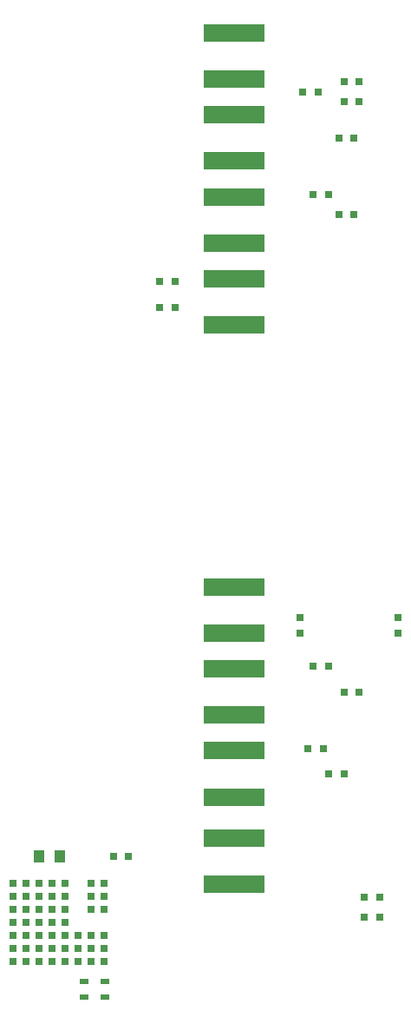
<source format=gbr>
G04 #@! TF.GenerationSoftware,KiCad,Pcbnew,(5.1.0)-1*
G04 #@! TF.CreationDate,2019-09-04T16:49:55-07:00*
G04 #@! TF.ProjectId,pwr supply rev 5,70777220-7375-4707-906c-792072657620,rev?*
G04 #@! TF.SameCoordinates,Original*
G04 #@! TF.FileFunction,Paste,Bot*
G04 #@! TF.FilePolarity,Positive*
%FSLAX46Y46*%
G04 Gerber Fmt 4.6, Leading zero omitted, Abs format (unit mm)*
G04 Created by KiCad (PCBNEW (5.1.0)-1) date 2019-09-04 16:49:55*
%MOMM*%
%LPD*%
G04 APERTURE LIST*
%ADD10R,0.800000X0.750000*%
%ADD11R,0.750000X0.800000*%
%ADD12R,0.900000X0.500000*%
%ADD13R,5.900000X1.700000*%
%ADD14R,1.000000X1.250000*%
%ADD15R,0.640000X0.640000*%
G04 APERTURE END LIST*
D10*
X98250000Y-93000000D03*
X96750000Y-93000000D03*
X122750000Y-99000000D03*
X121250000Y-99000000D03*
X101250000Y-37000000D03*
X102750000Y-37000000D03*
X117250000Y-82500000D03*
X115750000Y-82500000D03*
X117750000Y-28500000D03*
X116250000Y-28500000D03*
X117750000Y-74500000D03*
X116250000Y-74500000D03*
X120250000Y-23000000D03*
X118750000Y-23000000D03*
D11*
X124500000Y-71250000D03*
X124500000Y-69750000D03*
D10*
X120750000Y-17500000D03*
X119250000Y-17500000D03*
D12*
X93900000Y-105250000D03*
X93900000Y-106750000D03*
X95900000Y-105250000D03*
X95900000Y-106750000D03*
D10*
X122750000Y-97000000D03*
X121250000Y-97000000D03*
X101250000Y-39500000D03*
X102750000Y-39500000D03*
X119250000Y-85000000D03*
X117750000Y-85000000D03*
X120250000Y-30500000D03*
X118750000Y-30500000D03*
X120750000Y-77000000D03*
X119250000Y-77000000D03*
X116750000Y-18500000D03*
X115250000Y-18500000D03*
D11*
X115000000Y-71250000D03*
X115000000Y-69750000D03*
D10*
X120750000Y-19500000D03*
X119250000Y-19500000D03*
D13*
X108500000Y-91250000D03*
X108500000Y-95750000D03*
X108500000Y-36750000D03*
X108500000Y-41250000D03*
X108500000Y-82750000D03*
X108500000Y-87250000D03*
X108500000Y-28750000D03*
X108500000Y-33250000D03*
X108500000Y-74750000D03*
X108500000Y-79250000D03*
X108500000Y-20750000D03*
X108500000Y-25250000D03*
X108500000Y-66750000D03*
X108500000Y-71250000D03*
X108500000Y-12750000D03*
X108500000Y-17250000D03*
D14*
X89500000Y-93000000D03*
X91500000Y-93000000D03*
D15*
X95845000Y-103310000D03*
X94575000Y-103310000D03*
X93305000Y-103310000D03*
X92035000Y-103310000D03*
X90765000Y-103310000D03*
X89495000Y-103310000D03*
X88225000Y-103310000D03*
X86955000Y-103310000D03*
X95845000Y-102040000D03*
X94575000Y-102040000D03*
X93305000Y-102040000D03*
X92035000Y-102040000D03*
X90765000Y-102040000D03*
X89495000Y-102040000D03*
X88225000Y-102040000D03*
X86955000Y-102040000D03*
X95845000Y-100770000D03*
X94575000Y-100770000D03*
X93305000Y-100770000D03*
X92035000Y-100770000D03*
X90765000Y-100770000D03*
X89495000Y-100770000D03*
X88225000Y-100770000D03*
X86955000Y-100770000D03*
X92035000Y-99500000D03*
X90765000Y-99500000D03*
X89495000Y-99500000D03*
X88225000Y-99500000D03*
X86955000Y-99500000D03*
X95845000Y-98230000D03*
X94575000Y-98230000D03*
X92035000Y-98230000D03*
X90765000Y-98230000D03*
X89495000Y-98230000D03*
X88225000Y-98230000D03*
X86955000Y-98230000D03*
X94575000Y-96960000D03*
X90765000Y-96960000D03*
X92035000Y-96960000D03*
X95845000Y-95690000D03*
X95845000Y-96960000D03*
X94575000Y-95690000D03*
X92035000Y-95690000D03*
X86955000Y-95690000D03*
X88225000Y-95690000D03*
X89495000Y-95690000D03*
X90765000Y-95690000D03*
X89495000Y-96960000D03*
X88225000Y-96960000D03*
X86955000Y-96960000D03*
X86955000Y-95690000D03*
M02*

</source>
